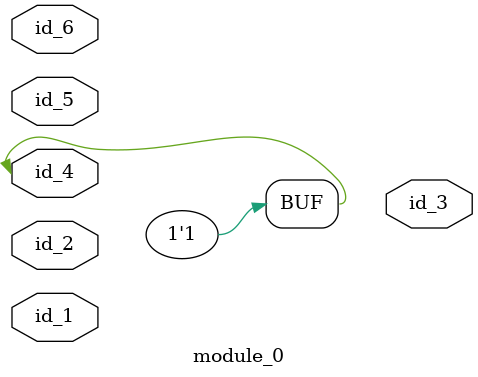
<source format=v>
module module_0 (
    id_1,
    id_2,
    id_3,
    id_4,
    id_5,
    id_6
);
  input id_6;
  inout id_5;
  inout id_4;
  output id_3;
  inout id_2;
  input id_1;
  assign id_4 = 1;
endmodule

</source>
